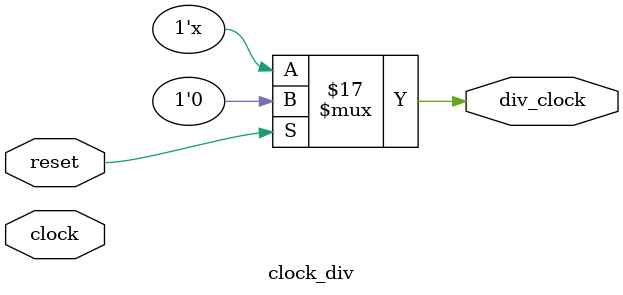
<source format=v>
module clock_div
#(
    parameter BIT_COUNT = 17
)
(
    input clock,
    input reset,
    output reg div_clock
);
    reg intreset;
    wire [16:0] intcount;

    counter #(.WIDTH(BIT_COUNT)) count(
        .clock(clock),
        .reset(intreset),
        .count(intcount)
    );

    // Want to create logic that
    // is synchronous to the rest
    // and count signals
    always @(reset, intcount) begin
        if (reset) begin
            // If we get reset, pass it through
            // to the counter
            // and reset out clock output
            intreset = 1;
            div_clock = 0;
        end else if (intcount == 100000) begin
            // Otherwise, if the count is equal
            // to our tickover point, then we
            // need to reset the counter and
            // toggle our output
            intreset = 1;
            div_clock = ~div_clock;
        end else begin
            // Otherwise, just let it count
            intreset = 0;
        end
        
    end


endmodule
</source>
